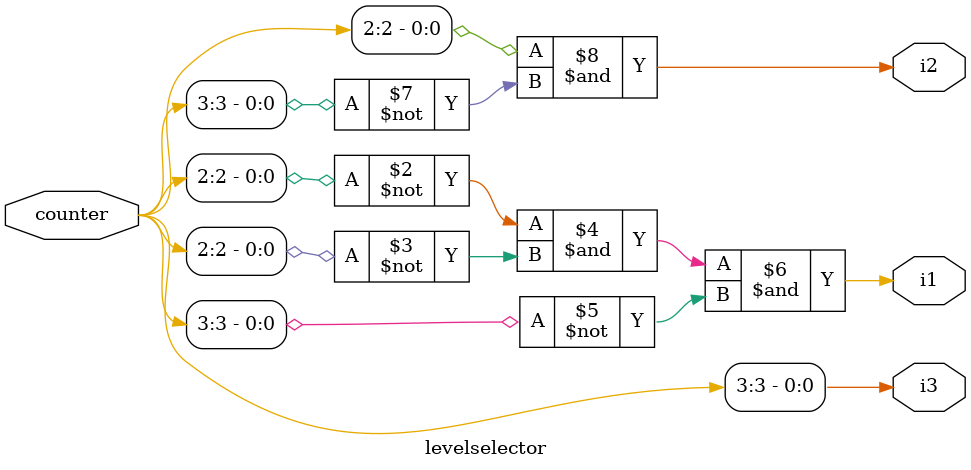
<source format=v>
module levelselector(counter,i1,i2,i3);

input [3:0] counter;
output i1,i2,i3;
reg i1,i2,i3;

always @(counter[1],counter[2],counter[3])
begin
i1=~counter[2]&(~counter[2])&(~counter[3]);
i2=(counter[2])&(~counter[3]);
i3=counter[3];
end
endmodule



</source>
